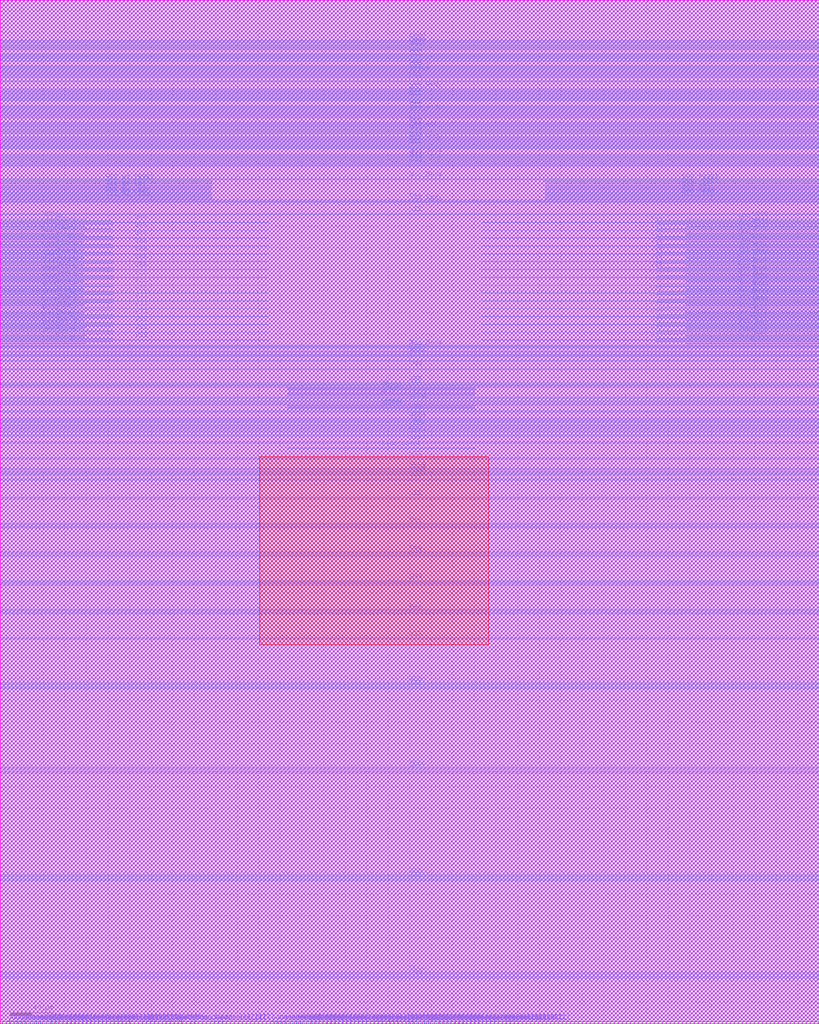
<source format=lef>
VERSION 5.7 ;
NOWIREEXTENSIONATPIN ON ;
BUSBITCHARS "[]" ;
DIVIDERCHAR "/" ;
MACRO Neuromorphic_X1_wb
  CLASS BLOCK ;
  ORIGIN 0 0 ;
  FOREIGN Neuromorphic_X1_wb 0 0 ;
  SIZE 760 BY 950 ;
  SITE unithd ;
  PIN wbs_we_i
    DIRECTION INPUT ;
    USE SIGNAL ;
    PORT
      LAYER met2 ;
        RECT 146.53 0 146.83 2.91 ;
    END
    PORT
      LAYER met2 ;
        RECT 146.53 0 146.83 2.91 ;
    END
  END wbs_we_i
  PIN wbs_dat_i[0]
    DIRECTION INPUT ;
    USE SIGNAL ;
    PORT
      LAYER met2 ;
        RECT 253.205 0 253.505 2.91 ;
    END
    PORT
      LAYER met2 ;
        RECT 253.205 0 253.505 2.91 ;
    END
  END wbs_dat_i[0]
  PIN wbs_dat_i[31]
    DIRECTION INPUT ;
    USE SIGNAL ;
    PORT
      LAYER met2 ;
        RECT 476.405 0 476.705 2.91 ;
    END
    PORT
      LAYER met2 ;
        RECT 476.405 0 476.705 2.91 ;
    END
  END wbs_dat_i[31]
  PIN wbs_dat_i[30]
    DIRECTION INPUT ;
    USE SIGNAL ;
    PORT
      LAYER met2 ;
        RECT 469.205 0 469.505 2.91 ;
    END
    PORT
      LAYER met2 ;
        RECT 469.205 0 469.505 2.91 ;
    END
  END wbs_dat_i[30]
  PIN wbs_dat_i[29]
    DIRECTION INPUT ;
    USE SIGNAL ;
    PORT
      LAYER met2 ;
        RECT 462.005 0 462.305 2.91 ;
    END
    PORT
      LAYER met2 ;
        RECT 462.005 0 462.305 2.91 ;
    END
  END wbs_dat_i[29]
  PIN wbs_dat_i[28]
    DIRECTION INPUT ;
    USE SIGNAL ;
    PORT
      LAYER met2 ;
        RECT 454.805 0 455.105 2.91 ;
    END
    PORT
      LAYER met2 ;
        RECT 454.805 0 455.105 2.91 ;
    END
  END wbs_dat_i[28]
  PIN wbs_dat_i[27]
    DIRECTION INPUT ;
    USE SIGNAL ;
    PORT
      LAYER met2 ;
        RECT 447.605 0 447.905 2.91 ;
    END
    PORT
      LAYER met2 ;
        RECT 447.605 0 447.905 2.91 ;
    END
  END wbs_dat_i[27]
  PIN wbs_dat_i[26]
    DIRECTION INPUT ;
    USE SIGNAL ;
    PORT
      LAYER met2 ;
        RECT 440.405 0 440.705 2.91 ;
    END
    PORT
      LAYER met2 ;
        RECT 440.405 0 440.705 2.91 ;
    END
  END wbs_dat_i[26]
  PIN wbs_dat_i[25]
    DIRECTION INPUT ;
    USE SIGNAL ;
    PORT
      LAYER met2 ;
        RECT 433.205 0 433.505 2.91 ;
    END
    PORT
      LAYER met2 ;
        RECT 433.205 0 433.505 2.91 ;
    END
  END wbs_dat_i[25]
  PIN wbs_dat_i[24]
    DIRECTION INPUT ;
    USE SIGNAL ;
    PORT
      LAYER met2 ;
        RECT 426.005 0 426.305 2.91 ;
    END
    PORT
      LAYER met2 ;
        RECT 426.005 0 426.305 2.91 ;
    END
  END wbs_dat_i[24]
  PIN wbs_dat_i[23]
    DIRECTION INPUT ;
    USE SIGNAL ;
    PORT
      LAYER met2 ;
        RECT 418.805 0 419.105 2.91 ;
    END
    PORT
      LAYER met2 ;
        RECT 418.805 0 419.105 2.91 ;
    END
  END wbs_dat_i[23]
  PIN wbs_dat_i[22]
    DIRECTION INPUT ;
    USE SIGNAL ;
    PORT
      LAYER met2 ;
        RECT 411.605 0 411.905 2.91 ;
    END
    PORT
      LAYER met2 ;
        RECT 411.605 0 411.905 2.91 ;
    END
  END wbs_dat_i[22]
  PIN wbs_dat_i[21]
    DIRECTION INPUT ;
    USE SIGNAL ;
    PORT
      LAYER met2 ;
        RECT 404.405 0 404.705 2.91 ;
    END
    PORT
      LAYER met2 ;
        RECT 404.405 0 404.705 2.91 ;
    END
  END wbs_dat_i[21]
  PIN wbs_dat_i[20]
    DIRECTION INPUT ;
    USE SIGNAL ;
    PORT
      LAYER met2 ;
        RECT 397.205 0 397.505 2.91 ;
    END
    PORT
      LAYER met2 ;
        RECT 397.205 0 397.505 2.91 ;
    END
  END wbs_dat_i[20]
  PIN wbs_dat_i[19]
    DIRECTION INPUT ;
    USE SIGNAL ;
    PORT
      LAYER met2 ;
        RECT 390.005 0 390.305 2.91 ;
    END
    PORT
      LAYER met2 ;
        RECT 390.005 0 390.305 2.91 ;
    END
  END wbs_dat_i[19]
  PIN wbs_dat_i[18]
    DIRECTION INPUT ;
    USE SIGNAL ;
    PORT
      LAYER met2 ;
        RECT 382.805 0 383.105 2.91 ;
    END
    PORT
      LAYER met2 ;
        RECT 382.805 0 383.105 2.91 ;
    END
  END wbs_dat_i[18]
  PIN wbs_dat_i[17]
    DIRECTION INPUT ;
    USE SIGNAL ;
    PORT
      LAYER met2 ;
        RECT 375.605 0 375.905 2.91 ;
    END
    PORT
      LAYER met2 ;
        RECT 375.605 0 375.905 2.91 ;
    END
  END wbs_dat_i[17]
  PIN wbs_dat_i[16]
    DIRECTION INPUT ;
    USE SIGNAL ;
    PORT
      LAYER met2 ;
        RECT 368.405 0 368.705 2.91 ;
    END
    PORT
      LAYER met2 ;
        RECT 368.405 0 368.705 2.91 ;
    END
  END wbs_dat_i[16]
  PIN wbs_dat_i[15]
    DIRECTION INPUT ;
    USE SIGNAL ;
    PORT
      LAYER met2 ;
        RECT 361.205 0 361.505 2.91 ;
    END
    PORT
      LAYER met2 ;
        RECT 361.205 0 361.505 2.91 ;
    END
  END wbs_dat_i[15]
  PIN wbs_dat_i[14]
    DIRECTION INPUT ;
    USE SIGNAL ;
    PORT
      LAYER met2 ;
        RECT 354.005 0 354.305 2.91 ;
    END
    PORT
      LAYER met2 ;
        RECT 354.005 0 354.305 2.91 ;
    END
  END wbs_dat_i[14]
  PIN wbs_dat_i[13]
    DIRECTION INPUT ;
    USE SIGNAL ;
    PORT
      LAYER met2 ;
        RECT 346.805 0 347.105 2.91 ;
    END
    PORT
      LAYER met2 ;
        RECT 346.805 0 347.105 2.91 ;
    END
  END wbs_dat_i[13]
  PIN wbs_dat_i[12]
    DIRECTION INPUT ;
    USE SIGNAL ;
    PORT
      LAYER met2 ;
        RECT 339.605 0 339.905 2.91 ;
    END
    PORT
      LAYER met2 ;
        RECT 339.605 0 339.905 2.91 ;
    END
  END wbs_dat_i[12]
  PIN wbs_dat_i[11]
    DIRECTION INPUT ;
    USE SIGNAL ;
    PORT
      LAYER met2 ;
        RECT 332.405 0 332.705 2.91 ;
    END
    PORT
      LAYER met2 ;
        RECT 332.405 0 332.705 2.91 ;
    END
  END wbs_dat_i[11]
  PIN wbs_dat_i[10]
    DIRECTION INPUT ;
    USE SIGNAL ;
    PORT
      LAYER met2 ;
        RECT 325.205 0 325.505 2.91 ;
    END
    PORT
      LAYER met2 ;
        RECT 325.205 0 325.505 2.91 ;
    END
  END wbs_dat_i[10]
  PIN wbs_dat_i[9]
    DIRECTION INPUT ;
    USE SIGNAL ;
    PORT
      LAYER met2 ;
        RECT 318.005 0 318.305 2.91 ;
    END
    PORT
      LAYER met2 ;
        RECT 318.005 0 318.305 2.91 ;
    END
  END wbs_dat_i[9]
  PIN wbs_dat_i[8]
    DIRECTION INPUT ;
    USE SIGNAL ;
    PORT
      LAYER met2 ;
        RECT 310.805 0 311.105 2.91 ;
    END
    PORT
      LAYER met2 ;
        RECT 310.805 0 311.105 2.91 ;
    END
  END wbs_dat_i[8]
  PIN wbs_dat_i[7]
    DIRECTION INPUT ;
    USE SIGNAL ;
    PORT
      LAYER met2 ;
        RECT 303.605 0 303.905 2.91 ;
    END
    PORT
      LAYER met2 ;
        RECT 303.605 0 303.905 2.91 ;
    END
  END wbs_dat_i[7]
  PIN wbs_dat_i[6]
    DIRECTION INPUT ;
    USE SIGNAL ;
    PORT
      LAYER met2 ;
        RECT 296.405 0 296.705 2.91 ;
    END
    PORT
      LAYER met2 ;
        RECT 296.405 0 296.705 2.91 ;
    END
  END wbs_dat_i[6]
  PIN wbs_dat_i[5]
    DIRECTION INPUT ;
    USE SIGNAL ;
    PORT
      LAYER met2 ;
        RECT 289.205 0 289.505 2.91 ;
    END
    PORT
      LAYER met2 ;
        RECT 289.205 0 289.505 2.91 ;
    END
  END wbs_dat_i[5]
  PIN wbs_dat_i[4]
    DIRECTION INPUT ;
    USE SIGNAL ;
    PORT
      LAYER met2 ;
        RECT 282.005 0 282.305 2.91 ;
    END
    PORT
      LAYER met2 ;
        RECT 282.005 0 282.305 2.91 ;
    END
  END wbs_dat_i[4]
  PIN wbs_dat_i[3]
    DIRECTION INPUT ;
    USE SIGNAL ;
    PORT
      LAYER met2 ;
        RECT 274.805 0 275.105 2.91 ;
    END
    PORT
      LAYER met2 ;
        RECT 274.805 0 275.105 2.91 ;
    END
  END wbs_dat_i[3]
  PIN wbs_dat_i[2]
    DIRECTION INPUT ;
    USE SIGNAL ;
    PORT
      LAYER met2 ;
        RECT 267.605 0 267.905 2.91 ;
    END
    PORT
      LAYER met2 ;
        RECT 267.605 0 267.905 2.91 ;
    END
  END wbs_dat_i[2]
  PIN wbs_adr_i[1]
    DIRECTION INPUT ;
    USE SIGNAL ;
    PORT
      LAYER met2 ;
        RECT 11.935 0 12.235 2.91 ;
    END
    PORT
      LAYER met2 ;
        RECT 11.935 0 12.235 2.91 ;
    END
  END wbs_adr_i[1]
  PIN wbs_adr_i[8]
    DIRECTION INPUT ;
    USE SIGNAL ;
    PORT
      LAYER met2 ;
        RECT 37.135 0 37.435 2.91 ;
    END
    PORT
      LAYER met2 ;
        RECT 37.135 0 37.435 2.91 ;
    END
  END wbs_adr_i[8]
  PIN wbs_adr_i[2]
    DIRECTION INPUT ;
    USE SIGNAL ;
    PORT
      LAYER met2 ;
        RECT 15.535 0 15.835 2.91 ;
    END
    PORT
      LAYER met2 ;
        RECT 15.535 0 15.835 2.91 ;
    END
  END wbs_adr_i[2]
  PIN wbs_adr_i[28]
    DIRECTION INPUT ;
    USE SIGNAL ;
    PORT
      LAYER met2 ;
        RECT 109.135 0 109.435 2.91 ;
    END
    PORT
      LAYER met2 ;
        RECT 109.135 0 109.435 2.91 ;
    END
  END wbs_adr_i[28]
  PIN wbs_adr_i[27]
    DIRECTION INPUT ;
    USE SIGNAL ;
    PORT
      LAYER met2 ;
        RECT 105.535 0 105.835 2.91 ;
    END
    PORT
      LAYER met2 ;
        RECT 105.535 0 105.835 2.91 ;
    END
  END wbs_adr_i[27]
  PIN wbs_adr_i[26]
    DIRECTION INPUT ;
    USE SIGNAL ;
    PORT
      LAYER met2 ;
        RECT 101.935 0 102.235 2.91 ;
    END
    PORT
      LAYER met2 ;
        RECT 101.935 0 102.235 2.91 ;
    END
  END wbs_adr_i[26]
  PIN wbs_adr_i[25]
    DIRECTION INPUT ;
    USE SIGNAL ;
    PORT
      LAYER met2 ;
        RECT 98.335 0 98.635 2.91 ;
    END
    PORT
      LAYER met2 ;
        RECT 98.335 0 98.635 2.91 ;
    END
  END wbs_adr_i[25]
  PIN wbs_adr_i[24]
    DIRECTION INPUT ;
    USE SIGNAL ;
    PORT
      LAYER met2 ;
        RECT 94.735 0 95.035 2.91 ;
    END
    PORT
      LAYER met2 ;
        RECT 94.735 0 95.035 2.91 ;
    END
  END wbs_adr_i[24]
  PIN wbs_adr_i[23]
    DIRECTION INPUT ;
    USE SIGNAL ;
    PORT
      LAYER met2 ;
        RECT 91.135 0 91.435 2.91 ;
    END
    PORT
      LAYER met2 ;
        RECT 91.135 0 91.435 2.91 ;
    END
  END wbs_adr_i[23]
  PIN wbs_adr_i[22]
    DIRECTION INPUT ;
    USE SIGNAL ;
    PORT
      LAYER met2 ;
        RECT 87.535 0 87.835 2.91 ;
    END
    PORT
      LAYER met2 ;
        RECT 87.535 0 87.835 2.91 ;
    END
  END wbs_adr_i[22]
  PIN wbs_adr_i[21]
    DIRECTION INPUT ;
    USE SIGNAL ;
    PORT
      LAYER met2 ;
        RECT 83.935 0 84.235 2.91 ;
    END
    PORT
      LAYER met2 ;
        RECT 83.935 0 84.235 2.91 ;
    END
  END wbs_adr_i[21]
  PIN wbs_adr_i[20]
    DIRECTION INPUT ;
    USE SIGNAL ;
    PORT
      LAYER met2 ;
        RECT 80.335 0 80.635 2.91 ;
    END
    PORT
      LAYER met2 ;
        RECT 80.335 0 80.635 2.91 ;
    END
  END wbs_adr_i[20]
  PIN wbs_adr_i[19]
    DIRECTION INPUT ;
    USE SIGNAL ;
    PORT
      LAYER met2 ;
        RECT 76.735 0 77.035 2.91 ;
    END
    PORT
      LAYER met2 ;
        RECT 76.735 0 77.035 2.91 ;
    END
  END wbs_adr_i[19]
  PIN wbs_adr_i[18]
    DIRECTION INPUT ;
    USE SIGNAL ;
    PORT
      LAYER met2 ;
        RECT 73.135 0 73.435 2.91 ;
    END
    PORT
      LAYER met2 ;
        RECT 73.135 0 73.435 2.91 ;
    END
  END wbs_adr_i[18]
  PIN wbs_adr_i[17]
    DIRECTION INPUT ;
    USE SIGNAL ;
    PORT
      LAYER met2 ;
        RECT 69.535 0 69.835 2.91 ;
    END
    PORT
      LAYER met2 ;
        RECT 69.535 0 69.835 2.91 ;
    END
  END wbs_adr_i[17]
  PIN wbs_adr_i[16]
    DIRECTION INPUT ;
    USE SIGNAL ;
    PORT
      LAYER met2 ;
        RECT 65.935 0 66.235 2.91 ;
    END
    PORT
      LAYER met2 ;
        RECT 65.935 0 66.235 2.91 ;
    END
  END wbs_adr_i[16]
  PIN wbs_adr_i[15]
    DIRECTION INPUT ;
    USE SIGNAL ;
    PORT
      LAYER met2 ;
        RECT 62.335 0 62.635 2.91 ;
    END
    PORT
      LAYER met2 ;
        RECT 62.335 0 62.635 2.91 ;
    END
  END wbs_adr_i[15]
  PIN wbs_adr_i[14]
    DIRECTION INPUT ;
    USE SIGNAL ;
    PORT
      LAYER met2 ;
        RECT 58.735 0 59.035 2.91 ;
    END
    PORT
      LAYER met2 ;
        RECT 58.735 0 59.035 2.91 ;
    END
  END wbs_adr_i[14]
  PIN wbs_adr_i[13]
    DIRECTION INPUT ;
    USE SIGNAL ;
    PORT
      LAYER met2 ;
        RECT 55.135 0 55.435 2.91 ;
    END
    PORT
      LAYER met2 ;
        RECT 55.135 0 55.435 2.91 ;
    END
  END wbs_adr_i[13]
  PIN wbs_adr_i[12]
    DIRECTION INPUT ;
    USE SIGNAL ;
    PORT
      LAYER met2 ;
        RECT 51.535 0 51.835 2.91 ;
    END
    PORT
      LAYER met2 ;
        RECT 51.535 0 51.835 2.91 ;
    END
  END wbs_adr_i[12]
  PIN wbs_adr_i[11]
    DIRECTION INPUT ;
    USE SIGNAL ;
    PORT
      LAYER met2 ;
        RECT 47.935 0 48.235 2.91 ;
    END
    PORT
      LAYER met2 ;
        RECT 47.935 0 48.235 2.91 ;
    END
  END wbs_adr_i[11]
  PIN user_clk
    DIRECTION INPUT ;
    USE SIGNAL ;
    PORT
      LAYER met2 ;
        RECT 132.13 0 132.43 2.91 ;
    END
    PORT
      LAYER met2 ;
        RECT 132.13 0 132.43 2.91 ;
    END
  END user_clk
  PIN wbs_adr_i[31]
    DIRECTION INPUT ;
    USE SIGNAL ;
    PORT
      LAYER met2 ;
        RECT 119.935 0 120.235 2.91 ;
    END
    PORT
      LAYER met2 ;
        RECT 119.935 0 120.235 2.91 ;
    END
  END wbs_adr_i[31]
  PIN wbs_adr_i[10]
    DIRECTION INPUT ;
    USE SIGNAL ;
    PORT
      LAYER met2 ;
        RECT 44.335 0 44.635 2.91 ;
    END
    PORT
      LAYER met2 ;
        RECT 44.335 0 44.635 2.91 ;
    END
  END wbs_adr_i[10]
  PIN wbs_adr_i[7]
    DIRECTION INPUT ;
    USE SIGNAL ;
    PORT
      LAYER met2 ;
        RECT 33.535 0 33.835 2.91 ;
    END
    PORT
      LAYER met2 ;
        RECT 33.535 0 33.835 2.91 ;
    END
  END wbs_adr_i[7]
  PIN wbs_adr_i[6]
    DIRECTION INPUT ;
    USE SIGNAL ;
    PORT
      LAYER met2 ;
        RECT 29.935 0 30.235 2.91 ;
    END
    PORT
      LAYER met2 ;
        RECT 29.935 0 30.235 2.91 ;
    END
  END wbs_adr_i[6]
  PIN wbs_adr_i[5]
    DIRECTION INPUT ;
    USE SIGNAL ;
    PORT
      LAYER met2 ;
        RECT 26.335 0 26.635 2.91 ;
    END
    PORT
      LAYER met2 ;
        RECT 26.335 0 26.635 2.91 ;
    END
  END wbs_adr_i[5]
  PIN wbs_adr_i[4]
    DIRECTION INPUT ;
    USE SIGNAL ;
    PORT
      LAYER met2 ;
        RECT 22.735 0 23.035 2.91 ;
    END
    PORT
      LAYER met2 ;
        RECT 22.735 0 23.035 2.91 ;
    END
  END wbs_adr_i[4]
  PIN wbs_adr_i[3]
    DIRECTION INPUT ;
    USE SIGNAL ;
    PORT
      LAYER met2 ;
        RECT 19.135 0 19.435 2.91 ;
    END
    PORT
      LAYER met2 ;
        RECT 19.135 0 19.435 2.91 ;
    END
  END wbs_adr_i[3]
  PIN wbs_adr_i[30]
    DIRECTION INPUT ;
    USE SIGNAL ;
    PORT
      LAYER met2 ;
        RECT 116.335 0 116.635 2.91 ;
    END
    PORT
      LAYER met2 ;
        RECT 116.335 0 116.635 2.91 ;
    END
  END wbs_adr_i[30]
  PIN wbs_adr_i[29]
    DIRECTION INPUT ;
    USE SIGNAL ;
    PORT
      LAYER met2 ;
        RECT 112.735 0 113.035 2.91 ;
    END
    PORT
      LAYER met2 ;
        RECT 112.735 0 113.035 2.91 ;
    END
  END wbs_adr_i[29]
  PIN wbs_adr_i[9]
    DIRECTION INPUT ;
    USE SIGNAL ;
    PORT
      LAYER met2 ;
        RECT 40.735 0 41.035 2.91 ;
    END
    PORT
      LAYER met2 ;
        RECT 40.735 0 41.035 2.91 ;
    END
  END wbs_adr_i[9]
  PIN wbs_sel_i[3]
    DIRECTION INPUT ;
    USE SIGNAL ;
    PORT
      LAYER met2 ;
        RECT 209.54 0 209.84 2.91 ;
    END
    PORT
      LAYER met2 ;
        RECT 209.54 0 209.84 2.91 ;
    END
  END wbs_sel_i[3]
  PIN wbs_sel_i[2]
    DIRECTION INPUT ;
    USE SIGNAL ;
    PORT
      LAYER met2 ;
        RECT 205.94 0 206.24 2.91 ;
    END
    PORT
      LAYER met2 ;
        RECT 205.94 0 206.24 2.91 ;
    END
  END wbs_sel_i[2]
  PIN wbs_sel_i[1]
    DIRECTION INPUT ;
    USE SIGNAL ;
    PORT
      LAYER met2 ;
        RECT 202.34 0 202.64 2.91 ;
    END
    PORT
      LAYER met2 ;
        RECT 202.34 0 202.64 2.91 ;
    END
  END wbs_sel_i[1]
  PIN wbs_ack_o
    DIRECTION OUTPUT ;
    USE SIGNAL ;
    PORT
      LAYER met2 ;
        RECT 177.115 0 177.415 2.91 ;
    END
    PORT
      LAYER met2 ;
        RECT 177.115 0 177.415 2.91 ;
    END
  END wbs_ack_o
  PIN wbs_dat_o[9]
    DIRECTION OUTPUT ;
    USE SIGNAL ;
    PORT
      LAYER met2 ;
        RECT 321.605 0 321.905 2.91 ;
    END
    PORT
      LAYER met2 ;
        RECT 321.605 0 321.905 2.91 ;
    END
  END wbs_dat_o[9]
  PIN wbs_dat_o[8]
    DIRECTION OUTPUT ;
    USE SIGNAL ;
    PORT
      LAYER met2 ;
        RECT 314.405 0 314.705 2.91 ;
    END
    PORT
      LAYER met2 ;
        RECT 314.405 0 314.705 2.91 ;
    END
  END wbs_dat_o[8]
  PIN wbs_dat_o[29]
    DIRECTION OUTPUT ;
    USE SIGNAL ;
    PORT
      LAYER met2 ;
        RECT 465.605 0 465.905 2.91 ;
    END
    PORT
      LAYER met2 ;
        RECT 465.605 0 465.905 2.91 ;
    END
  END wbs_dat_o[29]
  PIN wbs_dat_o[2]
    DIRECTION OUTPUT ;
    USE SIGNAL ;
    PORT
      LAYER met2 ;
        RECT 271.205 0 271.505 2.91 ;
    END
    PORT
      LAYER met2 ;
        RECT 271.205 0 271.505 2.91 ;
    END
  END wbs_dat_o[2]
  PIN wbs_dat_i[1]
    DIRECTION INPUT ;
    USE SIGNAL ;
    PORT
      LAYER met2 ;
        RECT 260.405 0 260.705 2.91 ;
    END
    PORT
      LAYER met2 ;
        RECT 260.405 0 260.705 2.91 ;
    END
  END wbs_dat_i[1]
  PIN wbs_dat_o[28]
    DIRECTION OUTPUT ;
    USE SIGNAL ;
    PORT
      LAYER met2 ;
        RECT 458.405 0 458.705 2.91 ;
    END
    PORT
      LAYER met2 ;
        RECT 458.405 0 458.705 2.91 ;
    END
  END wbs_dat_o[28]
  PIN wbs_dat_o[27]
    DIRECTION OUTPUT ;
    USE SIGNAL ;
    PORT
      LAYER met2 ;
        RECT 451.205 0 451.505 2.91 ;
    END
    PORT
      LAYER met2 ;
        RECT 451.205 0 451.505 2.91 ;
    END
  END wbs_dat_o[27]
  PIN wbs_dat_o[26]
    DIRECTION OUTPUT ;
    USE SIGNAL ;
    PORT
      LAYER met2 ;
        RECT 444.005 0 444.305 2.91 ;
    END
    PORT
      LAYER met2 ;
        RECT 444.005 0 444.305 2.91 ;
    END
  END wbs_dat_o[26]
  PIN wbs_dat_o[25]
    DIRECTION OUTPUT ;
    USE SIGNAL ;
    PORT
      LAYER met2 ;
        RECT 436.805 0 437.105 2.91 ;
    END
    PORT
      LAYER met2 ;
        RECT 436.805 0 437.105 2.91 ;
    END
  END wbs_dat_o[25]
  PIN wbs_dat_o[24]
    DIRECTION OUTPUT ;
    USE SIGNAL ;
    PORT
      LAYER met2 ;
        RECT 429.605 0 429.905 2.91 ;
    END
    PORT
      LAYER met2 ;
        RECT 429.605 0 429.905 2.91 ;
    END
  END wbs_dat_o[24]
  PIN wbs_dat_o[23]
    DIRECTION OUTPUT ;
    USE SIGNAL ;
    PORT
      LAYER met2 ;
        RECT 422.405 0 422.705 2.91 ;
    END
    PORT
      LAYER met2 ;
        RECT 422.405 0 422.705 2.91 ;
    END
  END wbs_dat_o[23]
  PIN wbs_dat_o[22]
    DIRECTION OUTPUT ;
    USE SIGNAL ;
    PORT
      LAYER met2 ;
        RECT 415.205 0 415.505 2.91 ;
    END
    PORT
      LAYER met2 ;
        RECT 415.205 0 415.505 2.91 ;
    END
  END wbs_dat_o[22]
  PIN wbs_dat_o[21]
    DIRECTION OUTPUT ;
    USE SIGNAL ;
    PORT
      LAYER met2 ;
        RECT 408.005 0 408.305 2.91 ;
    END
    PORT
      LAYER met2 ;
        RECT 408.005 0 408.305 2.91 ;
    END
  END wbs_dat_o[21]
  PIN wbs_dat_o[20]
    DIRECTION OUTPUT ;
    USE SIGNAL ;
    PORT
      LAYER met2 ;
        RECT 400.805 0 401.105 2.91 ;
    END
    PORT
      LAYER met2 ;
        RECT 400.805 0 401.105 2.91 ;
    END
  END wbs_dat_o[20]
  PIN wbs_dat_o[19]
    DIRECTION OUTPUT ;
    USE SIGNAL ;
    PORT
      LAYER met2 ;
        RECT 393.605 0 393.905 2.91 ;
    END
    PORT
      LAYER met2 ;
        RECT 393.605 0 393.905 2.91 ;
    END
  END wbs_dat_o[19]
  PIN wbs_dat_o[18]
    DIRECTION OUTPUT ;
    USE SIGNAL ;
    PORT
      LAYER met2 ;
        RECT 386.405 0 386.705 2.91 ;
    END
    PORT
      LAYER met2 ;
        RECT 386.405 0 386.705 2.91 ;
    END
  END wbs_dat_o[18]
  PIN wbs_dat_o[17]
    DIRECTION OUTPUT ;
    USE SIGNAL ;
    PORT
      LAYER met2 ;
        RECT 379.205 0 379.505 2.91 ;
    END
    PORT
      LAYER met2 ;
        RECT 379.205 0 379.505 2.91 ;
    END
  END wbs_dat_o[17]
  PIN wbs_dat_o[16]
    DIRECTION OUTPUT ;
    USE SIGNAL ;
    PORT
      LAYER met2 ;
        RECT 372.005 0 372.305 2.91 ;
    END
    PORT
      LAYER met2 ;
        RECT 372.005 0 372.305 2.91 ;
    END
  END wbs_dat_o[16]
  PIN wbs_dat_o[15]
    DIRECTION OUTPUT ;
    USE SIGNAL ;
    PORT
      LAYER met2 ;
        RECT 364.805 0 365.105 2.91 ;
    END
    PORT
      LAYER met2 ;
        RECT 364.805 0 365.105 2.91 ;
    END
  END wbs_dat_o[15]
  PIN wbs_dat_o[14]
    DIRECTION OUTPUT ;
    USE SIGNAL ;
    PORT
      LAYER met2 ;
        RECT 357.605 0 357.905 2.91 ;
    END
    PORT
      LAYER met2 ;
        RECT 357.605 0 357.905 2.91 ;
    END
  END wbs_dat_o[14]
  PIN wbs_dat_o[13]
    DIRECTION OUTPUT ;
    USE SIGNAL ;
    PORT
      LAYER met2 ;
        RECT 350.405 0 350.705 2.91 ;
    END
    PORT
      LAYER met2 ;
        RECT 350.405 0 350.705 2.91 ;
    END
  END wbs_dat_o[13]
  PIN wbs_dat_o[12]
    DIRECTION OUTPUT ;
    USE SIGNAL ;
    PORT
      LAYER met2 ;
        RECT 343.205 0 343.505 2.91 ;
    END
    PORT
      LAYER met2 ;
        RECT 343.205 0 343.505 2.91 ;
    END
  END wbs_dat_o[12]
  PIN wbs_dat_o[11]
    DIRECTION OUTPUT ;
    USE SIGNAL ;
    PORT
      LAYER met2 ;
        RECT 336.005 0 336.305 2.91 ;
    END
    PORT
      LAYER met2 ;
        RECT 336.005 0 336.305 2.91 ;
    END
  END wbs_dat_o[11]
  PIN wbs_dat_o[31]
    DIRECTION OUTPUT ;
    USE SIGNAL ;
    PORT
      LAYER met2 ;
        RECT 480.005 0 480.305 2.91 ;
    END
    PORT
      LAYER met2 ;
        RECT 480.005 0 480.305 2.91 ;
    END
  END wbs_dat_o[31]
  PIN wbs_dat_o[7]
    DIRECTION OUTPUT ;
    USE SIGNAL ;
    PORT
      LAYER met2 ;
        RECT 307.205 0 307.505 2.91 ;
    END
    PORT
      LAYER met2 ;
        RECT 307.205 0 307.505 2.91 ;
    END
  END wbs_dat_o[7]
  PIN wbs_dat_o[6]
    DIRECTION OUTPUT ;
    USE SIGNAL ;
    PORT
      LAYER met2 ;
        RECT 300.005 0 300.305 2.91 ;
    END
    PORT
      LAYER met2 ;
        RECT 300.005 0 300.305 2.91 ;
    END
  END wbs_dat_o[6]
  PIN wbs_dat_o[5]
    DIRECTION OUTPUT ;
    USE SIGNAL ;
    PORT
      LAYER met2 ;
        RECT 292.805 0 293.105 2.91 ;
    END
    PORT
      LAYER met2 ;
        RECT 292.805 0 293.105 2.91 ;
    END
  END wbs_dat_o[5]
  PIN wbs_dat_o[4]
    DIRECTION OUTPUT ;
    USE SIGNAL ;
    PORT
      LAYER met2 ;
        RECT 285.605 0 285.905 2.91 ;
    END
    PORT
      LAYER met2 ;
        RECT 285.605 0 285.905 2.91 ;
    END
  END wbs_dat_o[4]
  PIN wbs_dat_o[3]
    DIRECTION OUTPUT ;
    USE SIGNAL ;
    PORT
      LAYER met2 ;
        RECT 278.405 0 278.705 2.91 ;
    END
    PORT
      LAYER met2 ;
        RECT 278.405 0 278.705 2.91 ;
    END
  END wbs_dat_o[3]
  PIN wbs_dat_o[30]
    DIRECTION OUTPUT ;
    USE SIGNAL ;
    PORT
      LAYER met2 ;
        RECT 472.805 0 473.105 2.91 ;
    END
    PORT
      LAYER met2 ;
        RECT 472.805 0 473.105 2.91 ;
    END
  END wbs_dat_o[30]
  PIN wbs_dat_o[1]
    DIRECTION OUTPUT ;
    USE SIGNAL ;
    PORT
      LAYER met2 ;
        RECT 264.005 0 264.305 2.91 ;
    END
    PORT
      LAYER met2 ;
        RECT 264.005 0 264.305 2.91 ;
    END
  END wbs_dat_o[1]
  PIN wbs_dat_o[10]
    DIRECTION OUTPUT ;
    USE SIGNAL ;
    PORT
      LAYER met2 ;
        RECT 328.805 0 329.105 2.91 ;
    END
    PORT
      LAYER met2 ;
        RECT 328.805 0 329.105 2.91 ;
    END
  END wbs_dat_o[10]
  PIN user_rst
    DIRECTION INPUT ;
    USE SIGNAL ;
    PORT
      LAYER met2 ;
        RECT 139.33 0 139.63 2.91 ;
    END
    PORT
      LAYER met2 ;
        RECT 139.33 0 139.63 2.91 ;
    END
  END user_rst
  PIN wb_rst_i
    DIRECTION INPUT ;
    USE SIGNAL ;
    PORT
      LAYER met2 ;
        RECT 142.93 0 143.23 2.91 ;
    END
    PORT
      LAYER met2 ;
        RECT 142.93 0 143.23 2.91 ;
    END
  END wb_rst_i
  PIN wb_clk_i
    DIRECTION INPUT ;
    USE SIGNAL ;
    PORT
      LAYER met2 ;
        RECT 135.73 0 136.03 2.91 ;
    END
    PORT
      LAYER met2 ;
        RECT 135.73 0 136.03 2.91 ;
    END
  END wb_clk_i
  PIN wbs_sel_i[0]
    DIRECTION INPUT ;
    USE SIGNAL ;
    PORT
      LAYER met2 ;
        RECT 198.74 0 199.04 2.91 ;
    END
    PORT
      LAYER met2 ;
        RECT 198.74 0 199.04 2.91 ;
    END
  END wbs_sel_i[0]
  PIN wbs_dat_o[0]
    DIRECTION OUTPUT ;
    USE SIGNAL ;
    PORT
      LAYER met2 ;
        RECT 256.805 0 257.105 2.91 ;
    END
    PORT
      LAYER met2 ;
        RECT 256.805 0 257.105 2.91 ;
    END
  END wbs_dat_o[0]
  PIN TM
    DIRECTION INPUT ;
    USE SIGNAL ;
    PORT
      LAYER met2 ;
        RECT 160.93 0 161.23 2.91 ;
    END
    PORT
      LAYER met2 ;
        RECT 160.93 0 161.23 2.91 ;
    END
  END TM
  PIN wbs_stb_i
    DIRECTION INPUT ;
    USE SIGNAL ;
    PORT
      LAYER met2 ;
        RECT 164.53 0 164.83 2.91 ;
    END
    PORT
      LAYER met2 ;
        RECT 164.53 0 164.83 2.91 ;
    END
  END wbs_stb_i
  PIN ScanInCC
    DIRECTION INPUT ;
    USE SIGNAL ;
    PORT
      LAYER met2 ;
        RECT 150.13 0 150.43 2.91 ;
    END
    PORT
      LAYER met2 ;
        RECT 150.13 0 150.43 2.91 ;
    END
  END ScanInCC
  PIN ScanInDL
    DIRECTION INPUT ;
    USE SIGNAL ;
    PORT
      LAYER met2 ;
        RECT 153.73 0 154.03 2.91 ;
    END
    PORT
      LAYER met2 ;
        RECT 153.73 0 154.03 2.91 ;
    END
  END ScanInDL
  PIN ScanInDR
    DIRECTION INPUT ;
    USE SIGNAL ;
    PORT
      LAYER met2 ;
        RECT 157.33 0 157.63 2.91 ;
    END
    PORT
      LAYER met2 ;
        RECT 157.33 0 157.63 2.91 ;
    END
  END ScanInDR
  PIN ScanOutCC
    DIRECTION OUTPUT ;
    USE SIGNAL ;
    PORT
      LAYER met2 ;
        RECT 180.715 0 181.015 2.91 ;
    END
    PORT
      LAYER met2 ;
        RECT 180.715 0 181.015 2.91 ;
    END
  END ScanOutCC
  PIN Iref
    DIRECTION INPUT ;
    USE SIGNAL ;
    PORT
      LAYER met3 ;
        RECT 266.84 582.75 440.155 584.05 ;
    END
    PORT
      LAYER met3 ;
        RECT 266.84 584.55 440.155 585.85 ;
    END
    PORT
      LAYER met3 ;
        RECT 266.84 582.75 440.155 584.05 ;
    END
    PORT
      LAYER met3 ;
        RECT 266.84 584.55 440.155 585.85 ;
    END
  END Iref
  PIN Vbias
    DIRECTION INPUT ;
    USE SIGNAL ;
    PORT
      LAYER met3 ;
        RECT 266.84 589.275 440.155 590.405 ;
    END
    PORT
      LAYER met3 ;
        RECT 266.84 587.645 440.155 588.775 ;
    END
    PORT
      LAYER met3 ;
        RECT 266.84 589.275 440.155 590.405 ;
    END
    PORT
      LAYER met3 ;
        RECT 266.84 587.645 440.155 588.775 ;
    END
  END Vbias
  PIN Vcomp
    DIRECTION INPUT ;
    USE SIGNAL ;
    PORT
      LAYER met3 ;
        RECT 266.84 570.605 440.155 571.735 ;
    END
    PORT
      LAYER met3 ;
        RECT 266.84 572.235 440.155 573.365 ;
    END
    PORT
      LAYER met3 ;
        RECT 266.84 570.605 440.155 571.735 ;
    END
    PORT
      LAYER met3 ;
        RECT 266.84 572.235 440.155 573.365 ;
    END
  END Vcomp
  PIN Bias_comp2
    DIRECTION INPUT ;
    USE SIGNAL ;
    PORT
      LAYER met3 ;
        RECT 266.84 533.58 440.155 534.71 ;
    END
    PORT
      LAYER met3 ;
        RECT 266.84 533.58 440.155 534.71 ;
    END
  END Bias_comp2
  PIN Vcc_L
    DIRECTION INPUT ;
    USE SIGNAL ;
    PORT
      LAYER met3 ;
        RECT 0 888.055 760 889.055 ;
    END
    PORT
      LAYER met3 ;
        RECT 609.385 661.96 760 662.3 ;
    END
    PORT
      LAYER met3 ;
        RECT 609.385 657.4 760 657.74 ;
    END
    PORT
      LAYER met3 ;
        RECT 609.385 654.68 760 655.02 ;
    END
    PORT
      LAYER met3 ;
        RECT 609.385 650.12 760 650.46 ;
    END
    PORT
      LAYER met3 ;
        RECT 609.385 647.4 760 647.74 ;
    END
    PORT
      LAYER met3 ;
        RECT 609.385 642.84 760 643.18 ;
    END
    PORT
      LAYER met3 ;
        RECT 609.385 640.12 760 640.46 ;
    END
    PORT
      LAYER met3 ;
        RECT 609.385 635.56 760 635.9 ;
    END
    PORT
      LAYER met3 ;
        RECT 609.385 632.84 760 633.18 ;
    END
    PORT
      LAYER met3 ;
        RECT 0 744.76 104.42 745.1 ;
    END
    PORT
      LAYER met3 ;
        RECT 0 742.04 104.42 742.38 ;
    END
    PORT
      LAYER met3 ;
        RECT 0 737.48 104.42 737.82 ;
    END
    PORT
      LAYER met3 ;
        RECT 0 734.76 104.42 735.1 ;
    END
    PORT
      LAYER met3 ;
        RECT 0 730.2 104.42 730.54 ;
    END
    PORT
      LAYER met3 ;
        RECT 0 727.48 104.42 727.82 ;
    END
    PORT
      LAYER met3 ;
        RECT 0 722.92 104.42 723.26 ;
    END
    PORT
      LAYER met3 ;
        RECT 0 720.2 104.42 720.54 ;
    END
    PORT
      LAYER met3 ;
        RECT 0 715.64 104.42 715.98 ;
    END
    PORT
      LAYER met3 ;
        RECT 0 712.92 104.42 713.26 ;
    END
    PORT
      LAYER met3 ;
        RECT 0 708.36 104.42 708.7 ;
    END
    PORT
      LAYER met3 ;
        RECT 0 705.64 104.42 705.98 ;
    END
    PORT
      LAYER met3 ;
        RECT 0 701.08 104.42 701.42 ;
    END
    PORT
      LAYER met3 ;
        RECT 0 698.36 104.42 698.7 ;
    END
    PORT
      LAYER met3 ;
        RECT 0 693.8 104.42 694.14 ;
    END
    PORT
      LAYER met3 ;
        RECT 0 691.08 104.42 691.42 ;
    END
    PORT
      LAYER met3 ;
        RECT 0 686.52 104.42 686.86 ;
    END
    PORT
      LAYER met3 ;
        RECT 0 683.8 104.42 684.14 ;
    END
    PORT
      LAYER met3 ;
        RECT 0 679.24 104.42 679.58 ;
    END
    PORT
      LAYER met3 ;
        RECT 0 676.52 104.42 676.86 ;
    END
    PORT
      LAYER met3 ;
        RECT 0 671.96 104.42 672.3 ;
    END
    PORT
      LAYER met3 ;
        RECT 0 669.24 104.42 669.58 ;
    END
    PORT
      LAYER met3 ;
        RECT 0 664.68 104.42 665.02 ;
    END
    PORT
      LAYER met3 ;
        RECT 0 661.96 104.42 662.3 ;
    END
    PORT
      LAYER met3 ;
        RECT 0 657.4 104.42 657.74 ;
    END
    PORT
      LAYER met3 ;
        RECT 0 654.68 104.42 655.02 ;
    END
    PORT
      LAYER met3 ;
        RECT 0 650.12 104.42 650.46 ;
    END
    PORT
      LAYER met3 ;
        RECT 0 647.4 104.42 647.74 ;
    END
    PORT
      LAYER met3 ;
        RECT 0 642.84 104.42 643.18 ;
    END
    PORT
      LAYER met3 ;
        RECT 0 640.12 104.42 640.46 ;
    END
    PORT
      LAYER met3 ;
        RECT 0 635.56 104.42 635.9 ;
    END
    PORT
      LAYER met3 ;
        RECT 0 632.84 104.42 633.18 ;
    END
    PORT
      LAYER met3 ;
        RECT 0 878.055 760 879.055 ;
    END
    PORT
      LAYER met3 ;
        RECT 0 880.055 760 881.055 ;
    END
    PORT
      LAYER met3 ;
        RECT 0 882.055 760 883.055 ;
    END
    PORT
      LAYER met3 ;
        RECT 0 884.055 760 885.055 ;
    END
    PORT
      LAYER met3 ;
        RECT 0 886.055 760 887.055 ;
    END
    PORT
      LAYER met3 ;
        RECT 609.385 744.76 760 745.1 ;
    END
    PORT
      LAYER met3 ;
        RECT 609.385 742.04 760 742.38 ;
    END
    PORT
      LAYER met3 ;
        RECT 609.385 737.48 760 737.82 ;
    END
    PORT
      LAYER met3 ;
        RECT 609.385 734.76 760 735.1 ;
    END
    PORT
      LAYER met3 ;
        RECT 609.385 730.2 760 730.54 ;
    END
    PORT
      LAYER met3 ;
        RECT 609.385 727.48 760 727.82 ;
    END
    PORT
      LAYER met3 ;
        RECT 609.385 722.92 760 723.26 ;
    END
    PORT
      LAYER met3 ;
        RECT 609.385 720.2 760 720.54 ;
    END
    PORT
      LAYER met3 ;
        RECT 609.385 715.64 760 715.98 ;
    END
    PORT
      LAYER met3 ;
        RECT 609.385 712.92 760 713.26 ;
    END
    PORT
      LAYER met3 ;
        RECT 609.385 708.36 760 708.7 ;
    END
    PORT
      LAYER met3 ;
        RECT 609.385 705.64 760 705.98 ;
    END
    PORT
      LAYER met3 ;
        RECT 609.385 701.08 760 701.42 ;
    END
    PORT
      LAYER met3 ;
        RECT 609.385 698.36 760 698.7 ;
    END
    PORT
      LAYER met3 ;
        RECT 609.385 693.8 760 694.14 ;
    END
    PORT
      LAYER met3 ;
        RECT 609.385 691.08 760 691.42 ;
    END
    PORT
      LAYER met3 ;
        RECT 609.385 686.52 760 686.86 ;
    END
    PORT
      LAYER met3 ;
        RECT 609.385 683.8 760 684.14 ;
    END
    PORT
      LAYER met3 ;
        RECT 609.385 679.24 760 679.58 ;
    END
    PORT
      LAYER met3 ;
        RECT 609.385 676.52 760 676.86 ;
    END
    PORT
      LAYER met3 ;
        RECT 609.385 671.96 760 672.3 ;
    END
    PORT
      LAYER met3 ;
        RECT 609.385 669.24 760 669.58 ;
    END
    PORT
      LAYER met3 ;
        RECT 609.385 664.68 760 665.02 ;
    END
    PORT
      LAYER met3 ;
        RECT 609.385 744.76 760 745.1 ;
    END
    PORT
      LAYER met3 ;
        RECT 609.385 742.04 760 742.38 ;
    END
    PORT
      LAYER met3 ;
        RECT 609.385 737.48 760 737.82 ;
    END
    PORT
      LAYER met3 ;
        RECT 609.385 734.76 760 735.1 ;
    END
    PORT
      LAYER met3 ;
        RECT 609.385 730.2 760 730.54 ;
    END
    PORT
      LAYER met3 ;
        RECT 609.385 727.48 760 727.82 ;
    END
    PORT
      LAYER met3 ;
        RECT 609.385 722.92 760 723.26 ;
    END
    PORT
      LAYER met3 ;
        RECT 609.385 720.2 760 720.54 ;
    END
    PORT
      LAYER met3 ;
        RECT 609.385 715.64 760 715.98 ;
    END
    PORT
      LAYER met3 ;
        RECT 609.385 712.92 760 713.26 ;
    END
    PORT
      LAYER met3 ;
        RECT 609.385 708.36 760 708.7 ;
    END
    PORT
      LAYER met3 ;
        RECT 609.385 705.64 760 705.98 ;
    END
    PORT
      LAYER met3 ;
        RECT 609.385 701.08 760 701.42 ;
    END
    PORT
      LAYER met3 ;
        RECT 609.385 698.36 760 698.7 ;
    END
    PORT
      LAYER met3 ;
        RECT 609.385 693.8 760 694.14 ;
    END
    PORT
      LAYER met3 ;
        RECT 609.385 691.08 760 691.42 ;
    END
    PORT
      LAYER met3 ;
        RECT 609.385 686.52 760 686.86 ;
    END
    PORT
      LAYER met3 ;
        RECT 609.385 683.8 760 684.14 ;
    END
    PORT
      LAYER met3 ;
        RECT 609.385 679.24 760 679.58 ;
    END
    PORT
      LAYER met3 ;
        RECT 609.385 676.52 760 676.86 ;
    END
    PORT
      LAYER met3 ;
        RECT 609.385 671.96 760 672.3 ;
    END
    PORT
      LAYER met3 ;
        RECT 609.385 669.24 760 669.58 ;
    END
    PORT
      LAYER met3 ;
        RECT 609.385 664.68 760 665.02 ;
    END
    PORT
      LAYER met3 ;
        RECT 609.385 661.96 760 662.3 ;
    END
    PORT
      LAYER met3 ;
        RECT 609.385 657.4 760 657.74 ;
    END
    PORT
      LAYER met3 ;
        RECT 609.385 654.68 760 655.02 ;
    END
    PORT
      LAYER met3 ;
        RECT 609.385 650.12 760 650.46 ;
    END
    PORT
      LAYER met3 ;
        RECT 609.385 647.4 760 647.74 ;
    END
    PORT
      LAYER met3 ;
        RECT 609.385 642.84 760 643.18 ;
    END
    PORT
      LAYER met3 ;
        RECT 609.385 640.12 760 640.46 ;
    END
    PORT
      LAYER met3 ;
        RECT 609.385 635.56 760 635.9 ;
    END
    PORT
      LAYER met3 ;
        RECT 609.385 632.84 760 633.18 ;
    END
    PORT
      LAYER met3 ;
        RECT 0 744.76 104.42 745.1 ;
    END
    PORT
      LAYER met3 ;
        RECT 0 742.04 104.42 742.38 ;
    END
    PORT
      LAYER met3 ;
        RECT 0 737.48 104.42 737.82 ;
    END
    PORT
      LAYER met3 ;
        RECT 0 734.76 104.42 735.1 ;
    END
    PORT
      LAYER met3 ;
        RECT 0 730.2 104.42 730.54 ;
    END
    PORT
      LAYER met3 ;
        RECT 0 727.48 104.42 727.82 ;
    END
    PORT
      LAYER met3 ;
        RECT 0 722.92 104.42 723.26 ;
    END
    PORT
      LAYER met3 ;
        RECT 0 720.2 104.42 720.54 ;
    END
    PORT
      LAYER met3 ;
        RECT 0 715.64 104.42 715.98 ;
    END
    PORT
      LAYER met3 ;
        RECT 0 712.92 104.42 713.26 ;
    END
    PORT
      LAYER met3 ;
        RECT 0 708.36 104.42 708.7 ;
    END
    PORT
      LAYER met3 ;
        RECT 0 705.64 104.42 705.98 ;
    END
    PORT
      LAYER met3 ;
        RECT 0 701.08 104.42 701.42 ;
    END
    PORT
      LAYER met3 ;
        RECT 0 698.36 104.42 698.7 ;
    END
    PORT
      LAYER met3 ;
        RECT 0 693.8 104.42 694.14 ;
    END
    PORT
      LAYER met3 ;
        RECT 0 691.08 104.42 691.42 ;
    END
    PORT
      LAYER met3 ;
        RECT 0 686.52 104.42 686.86 ;
    END
    PORT
      LAYER met3 ;
        RECT 0 683.8 104.42 684.14 ;
    END
    PORT
      LAYER met3 ;
        RECT 0 679.24 104.42 679.58 ;
    END
    PORT
      LAYER met3 ;
        RECT 0 676.52 104.42 676.86 ;
    END
    PORT
      LAYER met3 ;
        RECT 0 671.96 104.42 672.3 ;
    END
    PORT
      LAYER met3 ;
        RECT 0 669.24 104.42 669.58 ;
    END
    PORT
      LAYER met3 ;
        RECT 0 664.68 104.42 665.02 ;
    END
    PORT
      LAYER met3 ;
        RECT 0 661.96 104.42 662.3 ;
    END
    PORT
      LAYER met3 ;
        RECT 0 657.4 104.42 657.74 ;
    END
    PORT
      LAYER met3 ;
        RECT 0 654.68 104.42 655.02 ;
    END
    PORT
      LAYER met3 ;
        RECT 0 650.12 104.42 650.46 ;
    END
    PORT
      LAYER met3 ;
        RECT 0 647.4 104.42 647.74 ;
    END
    PORT
      LAYER met3 ;
        RECT 0 642.84 104.42 643.18 ;
    END
    PORT
      LAYER met3 ;
        RECT 0 640.12 104.42 640.46 ;
    END
    PORT
      LAYER met3 ;
        RECT 0 635.56 104.42 635.9 ;
    END
    PORT
      LAYER met3 ;
        RECT 0 632.84 104.42 633.18 ;
    END
    PORT
      LAYER met3 ;
        RECT 0 878.055 760 879.055 ;
    END
    PORT
      LAYER met3 ;
        RECT 0 880.055 760 881.055 ;
    END
    PORT
      LAYER met3 ;
        RECT 0 882.055 760 883.055 ;
    END
    PORT
      LAYER met3 ;
        RECT 0 884.055 760 885.055 ;
    END
    PORT
      LAYER met3 ;
        RECT 0 886.055 760 887.055 ;
    END
    PORT
      LAYER met3 ;
        RECT 0 888.055 760 889.055 ;
    END
  END Vcc_L
  PIN Vcc_Body
    DIRECTION INPUT ;
    USE SIGNAL ;
    PORT
      LAYER met3 ;
        RECT 0 866.43 760 867.43 ;
    END
    PORT
      LAYER met3 ;
        RECT 0 799.665 760 800.665 ;
    END
    PORT
      LAYER met3 ;
        RECT 0 805.665 760 806.665 ;
    END
    PORT
      LAYER met3 ;
        RECT 0 817.89 760 818.89 ;
    END
    PORT
      LAYER met3 ;
        RECT 0 829.72 760 830.72 ;
    END
    PORT
      LAYER met3 ;
        RECT 0 844.935 760 845.935 ;
    END
    PORT
      LAYER met3 ;
        RECT 0 627.04 760 628.04 ;
    END
    PORT
      LAYER met3 ;
        RECT 0 761.895 760 762.895 ;
    END
    PORT
      LAYER met3 ;
        RECT 0 783.15 760 784.15 ;
    END
    PORT
      LAYER met3 ;
        RECT 0 627.04 760 628.04 ;
    END
    PORT
      LAYER met3 ;
        RECT 0 761.895 760 762.895 ;
    END
    PORT
      LAYER met3 ;
        RECT 0 783.15 760 784.15 ;
    END
    PORT
      LAYER met3 ;
        RECT 0 799.665 760 800.665 ;
    END
    PORT
      LAYER met3 ;
        RECT 0 805.665 760 806.665 ;
    END
    PORT
      LAYER met3 ;
        RECT 0 817.89 760 818.89 ;
    END
    PORT
      LAYER met3 ;
        RECT 0 829.72 760 830.72 ;
    END
    PORT
      LAYER met3 ;
        RECT 0 844.935 760 845.935 ;
    END
    PORT
      LAYER met3 ;
        RECT 0 866.43 760 867.43 ;
    END
  END Vcc_Body
  PIN Vcc_reset
    DIRECTION INPUT ;
    USE SIGNAL ;
    PORT
      LAYER met3 ;
        RECT 505.84 777.29 760 778.29 ;
    END
    PORT
      LAYER met3 ;
        RECT 505.84 781.29 760 782.29 ;
    END
    PORT
      LAYER met3 ;
        RECT 505.84 779.29 760 780.29 ;
    END
    PORT
      LAYER met3 ;
        RECT 505.84 781.29 760 782.29 ;
    END
    PORT
      LAYER met3 ;
        RECT 505.84 779.29 760 780.29 ;
    END
    PORT
      LAYER met3 ;
        RECT 505.84 777.29 760 778.29 ;
    END
  END Vcc_reset
  PIN Vcc_set
    DIRECTION INPUT ;
    USE SIGNAL ;
    PORT
      LAYER met3 ;
        RECT 505.84 771.29 760 772.29 ;
    END
    PORT
      LAYER met3 ;
        RECT 505.84 775.29 760 776.29 ;
    END
    PORT
      LAYER met3 ;
        RECT 505.84 773.29 760 774.29 ;
    END
    PORT
      LAYER met3 ;
        RECT 505.84 775.29 760 776.29 ;
    END
    PORT
      LAYER met3 ;
        RECT 505.84 773.29 760 774.29 ;
    END
    PORT
      LAYER met3 ;
        RECT 505.84 771.29 760 772.29 ;
    END
  END Vcc_set
  PIN Vcc_wl_reset
    DIRECTION INPUT ;
    USE SIGNAL ;
    PORT
      LAYER met3 ;
        RECT 0 777.29 196.06 778.29 ;
    END
    PORT
      LAYER met3 ;
        RECT 0 781.29 196.06 782.29 ;
    END
    PORT
      LAYER met3 ;
        RECT 0 779.29 196.06 780.29 ;
    END
    PORT
      LAYER met3 ;
        RECT 0 781.29 196.06 782.29 ;
    END
    PORT
      LAYER met3 ;
        RECT 0 779.29 196.06 780.29 ;
    END
    PORT
      LAYER met3 ;
        RECT 0 777.29 196.06 778.29 ;
    END
  END Vcc_wl_reset
  PIN Vcc_wl_set
    DIRECTION INPUT ;
    USE SIGNAL ;
    PORT
      LAYER met3 ;
        RECT 0 771.29 196.06 772.29 ;
    END
    PORT
      LAYER met3 ;
        RECT 0 775.29 196.06 776.29 ;
    END
    PORT
      LAYER met3 ;
        RECT 0 773.29 196.06 774.29 ;
    END
    PORT
      LAYER met3 ;
        RECT 0 775.29 196.06 776.29 ;
    END
    PORT
      LAYER met3 ;
        RECT 0 773.29 196.06 774.29 ;
    END
    PORT
      LAYER met3 ;
        RECT 0 771.29 196.06 772.29 ;
    END
  END Vcc_wl_set
  PIN Vcc_wl_read
    DIRECTION INPUT ;
    USE SIGNAL ;
    PORT
      LAYER met3 ;
        RECT 0 765.29 196.06 766.29 ;
    END
    PORT
      LAYER met3 ;
        RECT 0 769.29 196.06 770.29 ;
    END
    PORT
      LAYER met3 ;
        RECT 0 767.29 196.06 768.29 ;
    END
    PORT
      LAYER met3 ;
        RECT 0 769.29 196.06 770.29 ;
    END
    PORT
      LAYER met3 ;
        RECT 0 767.29 196.06 768.29 ;
    END
    PORT
      LAYER met3 ;
        RECT 0 765.29 196.06 766.29 ;
    END
  END Vcc_wl_read
  PIN Vcc_read
    DIRECTION INPUT ;
    USE SIGNAL ;
    PORT
      LAYER met3 ;
        RECT 505.84 765.29 760 766.29 ;
    END
    PORT
      LAYER met3 ;
        RECT 505.84 769.29 760 770.29 ;
    END
    PORT
      LAYER met3 ;
        RECT 505.84 767.29 760 768.29 ;
    END
    PORT
      LAYER met3 ;
        RECT 505.84 769.29 760 770.29 ;
    END
    PORT
      LAYER met3 ;
        RECT 505.84 767.29 760 768.29 ;
    END
    PORT
      LAYER met3 ;
        RECT 505.84 765.29 760 766.29 ;
    END
  END Vcc_read
  PIN VSS
    DIRECTION INOUT ;
    USE GROUND ;
    PORT
      LAYER met3 ;
        RECT 0 825.72 760 826.72 ;
    END
    PORT
      LAYER met3 ;
        RECT 0 827.72 760 828.72 ;
    END
    PORT
      LAYER met3 ;
        RECT 0 831.72 760 832.72 ;
    END
    PORT
      LAYER met3 ;
        RECT 0 833.72 760 834.72 ;
    END
    PORT
      LAYER met3 ;
        RECT 0 835.72 760 836.72 ;
    END
    PORT
      LAYER met3 ;
        RECT 0 840.935 760 841.935 ;
    END
    PORT
      LAYER met3 ;
        RECT 0 842.935 760 843.935 ;
    END
    PORT
      LAYER met3 ;
        RECT 0 846.935 760 847.935 ;
    END
    PORT
      LAYER met3 ;
        RECT 0 848.935 760 849.935 ;
    END
    PORT
      LAYER met3 ;
        RECT 0 850.935 760 851.935 ;
    END
    PORT
      LAYER met3 ;
        RECT 0 856.43 760 857.43 ;
    END
    PORT
      LAYER met3 ;
        RECT 0 858.43 760 859.43 ;
    END
    PORT
      LAYER met3 ;
        RECT 0 860.43 760 861.43 ;
    END
    PORT
      LAYER met3 ;
        RECT 0 862.43 760 863.43 ;
    END
    PORT
      LAYER met3 ;
        RECT 0 864.43 760 865.43 ;
    END
    PORT
      LAYER met3 ;
        RECT 0 873.975 760 874.975 ;
    END
    PORT
      LAYER met3 ;
        RECT 0 893.29 760 894.29 ;
    END
    PORT
      LAYER met3 ;
        RECT 0 895.29 760 896.29 ;
    END
    PORT
      LAYER met3 ;
        RECT 0 897.29 760 898.29 ;
    END
    PORT
      LAYER met3 ;
        RECT 0 899.29 760 900.29 ;
    END
    PORT
      LAYER met3 ;
        RECT 0 903.655 760 904.655 ;
    END
    PORT
      LAYER met3 ;
        RECT 0 907.655 760 908.655 ;
    END
    PORT
      LAYER met3 ;
        RECT 0 42.27 760 44.07 ;
    END
    PORT
      LAYER met3 ;
        RECT 0 132.645 760 134.445 ;
    END
    PORT
      LAYER met3 ;
        RECT 0 232.645 760 234.445 ;
    END
    PORT
      LAYER met3 ;
        RECT 0 310.935 760 312.735 ;
    END
    PORT
      LAYER met3 ;
        RECT 0 356.65 760 358.15 ;
    END
    PORT
      LAYER met3 ;
        RECT 0 380.53 760 382.03 ;
    END
    PORT
      LAYER met3 ;
        RECT 0 383.23 760 384.73 ;
    END
    PORT
      LAYER met3 ;
        RECT 0 407.11 760 408.61 ;
    END
    PORT
      LAYER met3 ;
        RECT 0 409.81 760 411.31 ;
    END
    PORT
      LAYER met3 ;
        RECT 0 433.69 760 435.19 ;
    END
    PORT
      LAYER met3 ;
        RECT 0 436.39 760 437.89 ;
    END
    PORT
      LAYER met3 ;
        RECT 0 460.27 760 461.77 ;
    END
    PORT
      LAYER met3 ;
        RECT 0 462.97 760 464.47 ;
    END
    PORT
      LAYER met3 ;
        RECT 0 486.85 760 488.35 ;
    END
    PORT
      LAYER met3 ;
        RECT 0 523.635 760 525.135 ;
    END
    PORT
      LAYER met3 ;
        RECT 0 554.58 760 556.08 ;
    END
    PORT
      LAYER met3 ;
        RECT 0 574.005 760 575.505 ;
    END
    PORT
      LAYER met3 ;
        RECT 0 567.315 760 568.815 ;
    END
    PORT
      LAYER met3 ;
        RECT 0 590.8 760 592.3 ;
    END
    PORT
      LAYER met3 ;
        RECT 0 593.1 760 594.6 ;
    END
    PORT
      LAYER met3 ;
        RECT 0 606.925 760 607.925 ;
    END
    PORT
      LAYER met3 ;
        RECT 0 614.925 760 615.925 ;
    END
    PORT
      LAYER met3 ;
        RECT 0 622.925 760 623.925 ;
    END
    PORT
      LAYER met3 ;
        RECT 0 634.2 249.21 634.54 ;
    END
    PORT
      LAYER met3 ;
        RECT 0 641.48 249.21 641.82 ;
    END
    PORT
      LAYER met3 ;
        RECT 0 648.76 249.21 649.1 ;
    END
    PORT
      LAYER met3 ;
        RECT 0 656.04 249.21 656.38 ;
    END
    PORT
      LAYER met3 ;
        RECT 0 663.32 249.21 663.66 ;
    END
    PORT
      LAYER met3 ;
        RECT 0 670.6 249.21 670.94 ;
    END
    PORT
      LAYER met3 ;
        RECT 0 677.88 249.21 678.22 ;
    END
    PORT
      LAYER met3 ;
        RECT 0 685.16 249.21 685.5 ;
    END
    PORT
      LAYER met3 ;
        RECT 0 763.435 760 764.435 ;
    END
    PORT
      LAYER met3 ;
        RECT 0 801.665 760 802.665 ;
    END
    PORT
      LAYER met3 ;
        RECT 0 803.665 760 804.665 ;
    END
    PORT
      LAYER met3 ;
        RECT 0 795.665 760 796.665 ;
    END
    PORT
      LAYER met3 ;
        RECT 0 797.665 760 798.665 ;
    END
    PORT
      LAYER met3 ;
        RECT 0 811.89 760 812.89 ;
    END
    PORT
      LAYER met3 ;
        RECT 0 813.89 760 814.89 ;
    END
    PORT
      LAYER met3 ;
        RECT 0 815.89 760 816.89 ;
    END
    PORT
      LAYER met3 ;
        RECT 0 819.89 760 820.89 ;
    END
    PORT
      LAYER met3 ;
        RECT 0 821.89 760 822.89 ;
    END
    PORT
      LAYER met3 ;
        RECT 446.595 677.88 760 678.22 ;
    END
    PORT
      LAYER met3 ;
        RECT 446.595 685.16 760 685.5 ;
    END
    PORT
      LAYER met3 ;
        RECT 0 692.44 249.21 692.78 ;
    END
    PORT
      LAYER met3 ;
        RECT 0 699.72 249.21 700.06 ;
    END
    PORT
      LAYER met3 ;
        RECT 0 707 249.21 707.34 ;
    END
    PORT
      LAYER met3 ;
        RECT 0 714.28 249.21 714.62 ;
    END
    PORT
      LAYER met3 ;
        RECT 0 721.56 249.21 721.9 ;
    END
    PORT
      LAYER met3 ;
        RECT 0 728.84 249.21 729.18 ;
    END
    PORT
      LAYER met3 ;
        RECT 0 736.12 249.21 736.46 ;
    END
    PORT
      LAYER met3 ;
        RECT 0 743.4 249.21 743.74 ;
    END
    PORT
      LAYER met3 ;
        RECT 0 548.7 760 550.2 ;
    END
    PORT
      LAYER met3 ;
        RECT 446.595 692.44 760 692.78 ;
    END
    PORT
      LAYER met3 ;
        RECT 446.595 699.72 760 700.06 ;
    END
    PORT
      LAYER met3 ;
        RECT 446.595 707 760 707.34 ;
    END
    PORT
      LAYER met3 ;
        RECT 446.595 714.28 760 714.62 ;
    END
    PORT
      LAYER met3 ;
        RECT 446.595 721.56 760 721.9 ;
    END
    PORT
      LAYER met3 ;
        RECT 446.595 728.84 760 729.18 ;
    END
    PORT
      LAYER met3 ;
        RECT 446.595 736.12 760 736.46 ;
    END
    PORT
      LAYER met3 ;
        RECT 446.595 743.4 760 743.74 ;
    END
    PORT
      LAYER met3 ;
        RECT 446.595 634.2 760 634.54 ;
    END
    PORT
      LAYER met3 ;
        RECT 446.595 641.48 760 641.82 ;
    END
    PORT
      LAYER met3 ;
        RECT 446.595 648.76 760 649.1 ;
    END
    PORT
      LAYER met3 ;
        RECT 446.595 656.04 760 656.38 ;
    END
    PORT
      LAYER met3 ;
        RECT 446.595 663.32 760 663.66 ;
    END
    PORT
      LAYER met3 ;
        RECT 446.595 670.6 760 670.94 ;
    END
    PORT
      LAYER met3 ;
        RECT 0 750.855 760 751.855 ;
    END
    PORT
      LAYER met3 ;
        RECT 0 628.495 760 629.495 ;
    END
    PORT
      LAYER met3 ;
        RECT 0 750.855 760 751.855 ;
    END
    PORT
      LAYER met3 ;
        RECT 0 628.495 760 629.495 ;
    END
    PORT
      LAYER met3 ;
        RECT 446.595 692.44 760 692.78 ;
    END
    PORT
      LAYER met3 ;
        RECT 446.595 699.72 760 700.06 ;
    END
    PORT
      LAYER met3 ;
        RECT 446.595 707 760 707.34 ;
    END
    PORT
      LAYER met3 ;
        RECT 446.595 714.28 760 714.62 ;
    END
    PORT
      LAYER met3 ;
        RECT 446.595 721.56 760 721.9 ;
    END
    PORT
      LAYER met3 ;
        RECT 446.595 728.84 760 729.18 ;
    END
    PORT
      LAYER met3 ;
        RECT 446.595 736.12 760 736.46 ;
    END
    PORT
      LAYER met3 ;
        RECT 446.595 743.4 760 743.74 ;
    END
    PORT
      LAYER met3 ;
        RECT 446.595 634.2 760 634.54 ;
    END
    PORT
      LAYER met3 ;
        RECT 446.595 641.48 760 641.82 ;
    END
    PORT
      LAYER met3 ;
        RECT 446.595 648.76 760 649.1 ;
    END
    PORT
      LAYER met3 ;
        RECT 446.595 656.04 760 656.38 ;
    END
    PORT
      LAYER met3 ;
        RECT 446.595 663.32 760 663.66 ;
    END
    PORT
      LAYER met3 ;
        RECT 446.595 670.6 760 670.94 ;
    END
    PORT
      LAYER met3 ;
        RECT 446.595 677.88 760 678.22 ;
    END
    PORT
      LAYER met3 ;
        RECT 446.595 685.16 760 685.5 ;
    END
    PORT
      LAYER met3 ;
        RECT 0 692.44 249.21 692.78 ;
    END
    PORT
      LAYER met3 ;
        RECT 0 699.72 249.21 700.06 ;
    END
    PORT
      LAYER met3 ;
        RECT 0 707 249.21 707.34 ;
    END
    PORT
      LAYER met3 ;
        RECT 0 714.28 249.21 714.62 ;
    END
    PORT
      LAYER met3 ;
        RECT 0 721.56 249.21 721.9 ;
    END
    PORT
      LAYER met3 ;
        RECT 0 728.84 249.21 729.18 ;
    END
    PORT
      LAYER met3 ;
        RECT 0 736.12 249.21 736.46 ;
    END
    PORT
      LAYER met3 ;
        RECT 0 743.4 249.21 743.74 ;
    END
    PORT
      LAYER met3 ;
        RECT 0 548.7 760 550.2 ;
    END
    PORT
      LAYER met3 ;
        RECT 0 42.27 760 44.07 ;
    END
    PORT
      LAYER met3 ;
        RECT 0 132.645 760 134.445 ;
    END
    PORT
      LAYER met3 ;
        RECT 0 232.645 760 234.445 ;
    END
    PORT
      LAYER met3 ;
        RECT 0 310.935 760 312.735 ;
    END
    PORT
      LAYER met3 ;
        RECT 0 356.65 760 358.15 ;
    END
    PORT
      LAYER met3 ;
        RECT 0 380.53 760 382.03 ;
    END
    PORT
      LAYER met3 ;
        RECT 0 383.23 760 384.73 ;
    END
    PORT
      LAYER met3 ;
        RECT 0 407.11 760 408.61 ;
    END
    PORT
      LAYER met3 ;
        RECT 0 409.81 760 411.31 ;
    END
    PORT
      LAYER met3 ;
        RECT 0 433.69 760 435.19 ;
    END
    PORT
      LAYER met3 ;
        RECT 0 436.39 760 437.89 ;
    END
    PORT
      LAYER met3 ;
        RECT 0 460.27 760 461.77 ;
    END
    PORT
      LAYER met3 ;
        RECT 0 462.97 760 464.47 ;
    END
    PORT
      LAYER met3 ;
        RECT 0 486.85 760 488.35 ;
    END
    PORT
      LAYER met3 ;
        RECT 0 523.635 760 525.135 ;
    END
    PORT
      LAYER met3 ;
        RECT 0 554.58 760 556.08 ;
    END
    PORT
      LAYER met3 ;
        RECT 0 567.315 760 568.815 ;
    END
    PORT
      LAYER met3 ;
        RECT 0 574.005 760 575.505 ;
    END
    PORT
      LAYER met3 ;
        RECT 0 590.8 760 592.3 ;
    END
    PORT
      LAYER met3 ;
        RECT 0 593.1 760 594.6 ;
    END
    PORT
      LAYER met3 ;
        RECT 0 606.925 760 607.925 ;
    END
    PORT
      LAYER met3 ;
        RECT 0 614.925 760 615.925 ;
    END
    PORT
      LAYER met3 ;
        RECT 0 622.925 760 623.925 ;
    END
    PORT
      LAYER met3 ;
        RECT 0 634.2 249.21 634.54 ;
    END
    PORT
      LAYER met3 ;
        RECT 0 641.48 249.21 641.82 ;
    END
    PORT
      LAYER met3 ;
        RECT 0 648.76 249.21 649.1 ;
    END
    PORT
      LAYER met3 ;
        RECT 0 656.04 249.21 656.38 ;
    END
    PORT
      LAYER met3 ;
        RECT 0 663.32 249.21 663.66 ;
    END
    PORT
      LAYER met3 ;
        RECT 0 670.6 249.21 670.94 ;
    END
    PORT
      LAYER met3 ;
        RECT 0 677.88 249.21 678.22 ;
    END
    PORT
      LAYER met3 ;
        RECT 0 685.16 249.21 685.5 ;
    END
    PORT
      LAYER met3 ;
        RECT 0 763.435 760 764.435 ;
    END
    PORT
      LAYER met3 ;
        RECT 0 801.665 760 802.665 ;
    END
    PORT
      LAYER met3 ;
        RECT 0 803.665 760 804.665 ;
    END
    PORT
      LAYER met3 ;
        RECT 0 795.665 760 796.665 ;
    END
    PORT
      LAYER met3 ;
        RECT 0 797.665 760 798.665 ;
    END
    PORT
      LAYER met3 ;
        RECT 0 811.89 760 812.89 ;
    END
    PORT
      LAYER met3 ;
        RECT 0 813.89 760 814.89 ;
    END
    PORT
      LAYER met3 ;
        RECT 0 815.89 760 816.89 ;
    END
    PORT
      LAYER met3 ;
        RECT 0 819.89 760 820.89 ;
    END
    PORT
      LAYER met3 ;
        RECT 0 821.89 760 822.89 ;
    END
    PORT
      LAYER met3 ;
        RECT 0 825.72 760 826.72 ;
    END
    PORT
      LAYER met3 ;
        RECT 0 827.72 760 828.72 ;
    END
    PORT
      LAYER met3 ;
        RECT 0 831.72 760 832.72 ;
    END
    PORT
      LAYER met3 ;
        RECT 0 833.72 760 834.72 ;
    END
    PORT
      LAYER met3 ;
        RECT 0 835.72 760 836.72 ;
    END
    PORT
      LAYER met3 ;
        RECT 0 840.935 760 841.935 ;
    END
    PORT
      LAYER met3 ;
        RECT 0 842.935 760 843.935 ;
    END
    PORT
      LAYER met3 ;
        RECT 0 846.935 760 847.935 ;
    END
    PORT
      LAYER met3 ;
        RECT 0 848.935 760 849.935 ;
    END
    PORT
      LAYER met3 ;
        RECT 0 850.935 760 851.935 ;
    END
    PORT
      LAYER met3 ;
        RECT 0 856.43 760 857.43 ;
    END
    PORT
      LAYER met3 ;
        RECT 0 858.43 760 859.43 ;
    END
    PORT
      LAYER met3 ;
        RECT 0 860.43 760 861.43 ;
    END
    PORT
      LAYER met3 ;
        RECT 0 862.43 760 863.43 ;
    END
    PORT
      LAYER met3 ;
        RECT 0 864.43 760 865.43 ;
    END
    PORT
      LAYER met3 ;
        RECT 0 873.975 760 874.975 ;
    END
    PORT
      LAYER met3 ;
        RECT 0 893.29 760 894.29 ;
    END
    PORT
      LAYER met3 ;
        RECT 0 895.29 760 896.29 ;
    END
    PORT
      LAYER met3 ;
        RECT 0 897.29 760 898.29 ;
    END
    PORT
      LAYER met3 ;
        RECT 0 899.29 760 900.29 ;
    END
    PORT
      LAYER met3 ;
        RECT 0 903.655 760 904.655 ;
    END
    PORT
      LAYER met3 ;
        RECT 0 907.655 760 908.655 ;
    END
  END VSS
  PIN VDDC
    DIRECTION INOUT ;
    USE POWER ;
    PORT
      LAYER met3 ;
        RECT 0 45.87 760 47.67 ;
    END
    PORT
      LAYER met3 ;
        RECT 0 653.04 77.76 653.38 ;
    END
    PORT
      LAYER met3 ;
        RECT 0 651.76 77.76 652.1 ;
    END
    PORT
      LAYER met3 ;
        RECT 0 645.76 77.76 646.1 ;
    END
    PORT
      LAYER met3 ;
        RECT 0 644.48 77.76 644.82 ;
    END
    PORT
      LAYER met3 ;
        RECT 0 638.48 77.76 638.82 ;
    END
    PORT
      LAYER met3 ;
        RECT 0 637.2 77.76 637.54 ;
    END
    PORT
      LAYER met3 ;
        RECT 0 631.2 77.76 631.54 ;
    END
    PORT
      LAYER met3 ;
        RECT 0 314.535 760 316.335 ;
    END
    PORT
      LAYER met3 ;
        RECT 0 236.245 760 238.045 ;
    END
    PORT
      LAYER met3 ;
        RECT 0 136.245 760 138.045 ;
    END
    PORT
      LAYER met3 ;
        RECT 0 746.4 77.76 746.74 ;
    END
    PORT
      LAYER met3 ;
        RECT 0 740.4 77.76 740.74 ;
    END
    PORT
      LAYER met3 ;
        RECT 0 739.12 77.76 739.46 ;
    END
    PORT
      LAYER met3 ;
        RECT 0 733.12 77.76 733.46 ;
    END
    PORT
      LAYER met3 ;
        RECT 0 731.84 77.76 732.18 ;
    END
    PORT
      LAYER met3 ;
        RECT 0 725.84 77.76 726.18 ;
    END
    PORT
      LAYER met3 ;
        RECT 0 724.56 77.76 724.9 ;
    END
    PORT
      LAYER met3 ;
        RECT 0 718.56 77.76 718.9 ;
    END
    PORT
      LAYER met3 ;
        RECT 0 717.28 77.76 717.62 ;
    END
    PORT
      LAYER met3 ;
        RECT 0 711.28 77.76 711.62 ;
    END
    PORT
      LAYER met3 ;
        RECT 0 710 77.76 710.34 ;
    END
    PORT
      LAYER met3 ;
        RECT 0 704 77.76 704.34 ;
    END
    PORT
      LAYER met3 ;
        RECT 0 702.72 77.76 703.06 ;
    END
    PORT
      LAYER met3 ;
        RECT 0 696.72 77.76 697.06 ;
    END
    PORT
      LAYER met3 ;
        RECT 0 695.44 77.76 695.78 ;
    END
    PORT
      LAYER met3 ;
        RECT 0 689.44 77.76 689.78 ;
    END
    PORT
      LAYER met3 ;
        RECT 0 620.425 760 621.425 ;
    END
    PORT
      LAYER met3 ;
        RECT 0 618.925 760 619.925 ;
    END
    PORT
      LAYER met3 ;
        RECT 0 911.655 760 912.655 ;
    END
    PORT
      LAYER met3 ;
        RECT 0 909.655 760 910.655 ;
    END
    PORT
      LAYER met3 ;
        RECT 0 905.655 760 906.655 ;
    END
    PORT
      LAYER met3 ;
        RECT 0 688.16 77.76 688.5 ;
    END
    PORT
      LAYER met3 ;
        RECT 0 682.16 77.76 682.5 ;
    END
    PORT
      LAYER met3 ;
        RECT 0 680.88 77.76 681.22 ;
    END
    PORT
      LAYER met3 ;
        RECT 0 674.88 77.76 675.22 ;
    END
    PORT
      LAYER met3 ;
        RECT 0 673.6 77.76 673.94 ;
    END
    PORT
      LAYER met3 ;
        RECT 0 667.6 77.76 667.94 ;
    END
    PORT
      LAYER met3 ;
        RECT 0 666.32 77.76 666.66 ;
    END
    PORT
      LAYER met3 ;
        RECT 0 660.32 77.76 660.66 ;
    END
    PORT
      LAYER met3 ;
        RECT 0 659.04 77.76 659.38 ;
    END
    PORT
      LAYER met3 ;
        RECT 636.045 746.4 760 746.74 ;
    END
    PORT
      LAYER met3 ;
        RECT 636.045 740.4 760 740.74 ;
    END
    PORT
      LAYER met3 ;
        RECT 636.045 739.12 760 739.46 ;
    END
    PORT
      LAYER met3 ;
        RECT 636.045 733.12 760 733.46 ;
    END
    PORT
      LAYER met3 ;
        RECT 636.045 731.84 760 732.18 ;
    END
    PORT
      LAYER met3 ;
        RECT 636.045 725.84 760 726.18 ;
    END
    PORT
      LAYER met3 ;
        RECT 636.045 724.56 760 724.9 ;
    END
    PORT
      LAYER met3 ;
        RECT 636.045 718.56 760 718.9 ;
    END
    PORT
      LAYER met3 ;
        RECT 636.045 717.28 760 717.62 ;
    END
    PORT
      LAYER met3 ;
        RECT 636.045 711.28 760 711.62 ;
    END
    PORT
      LAYER met3 ;
        RECT 636.045 710 760 710.34 ;
    END
    PORT
      LAYER met3 ;
        RECT 636.045 704 760 704.34 ;
    END
    PORT
      LAYER met3 ;
        RECT 636.045 702.72 760 703.06 ;
    END
    PORT
      LAYER met3 ;
        RECT 636.045 696.72 760 697.06 ;
    END
    PORT
      LAYER met3 ;
        RECT 636.045 695.44 760 695.78 ;
    END
    PORT
      LAYER met3 ;
        RECT 636.045 689.44 760 689.78 ;
    END
    PORT
      LAYER met3 ;
        RECT 636.045 688.16 760 688.5 ;
    END
    PORT
      LAYER met3 ;
        RECT 636.045 682.16 760 682.5 ;
    END
    PORT
      LAYER met3 ;
        RECT 636.045 680.88 760 681.22 ;
    END
    PORT
      LAYER met3 ;
        RECT 636.045 674.88 760 675.22 ;
    END
    PORT
      LAYER met3 ;
        RECT 636.045 673.6 760 673.94 ;
    END
    PORT
      LAYER met3 ;
        RECT 636.045 667.6 760 667.94 ;
    END
    PORT
      LAYER met3 ;
        RECT 636.045 666.32 760 666.66 ;
    END
    PORT
      LAYER met3 ;
        RECT 636.045 660.32 760 660.66 ;
    END
    PORT
      LAYER met3 ;
        RECT 636.045 659.04 760 659.38 ;
    END
    PORT
      LAYER met3 ;
        RECT 636.045 653.04 760 653.38 ;
    END
    PORT
      LAYER met3 ;
        RECT 636.045 651.76 760 652.1 ;
    END
    PORT
      LAYER met3 ;
        RECT 636.045 645.76 760 646.1 ;
    END
    PORT
      LAYER met3 ;
        RECT 636.045 644.48 760 644.82 ;
    END
    PORT
      LAYER met3 ;
        RECT 636.045 638.48 760 638.82 ;
    END
    PORT
      LAYER met3 ;
        RECT 636.045 637.2 760 637.54 ;
    END
    PORT
      LAYER met3 ;
        RECT 636.045 631.2 760 631.54 ;
    END
    PORT
      LAYER met3 ;
        RECT 636.045 746.4 760 746.74 ;
    END
    PORT
      LAYER met3 ;
        RECT 636.045 740.4 760 740.74 ;
    END
    PORT
      LAYER met3 ;
        RECT 636.045 739.12 760 739.46 ;
    END
    PORT
      LAYER met3 ;
        RECT 636.045 733.12 760 733.46 ;
    END
    PORT
      LAYER met3 ;
        RECT 636.045 731.84 760 732.18 ;
    END
    PORT
      LAYER met3 ;
        RECT 636.045 725.84 760 726.18 ;
    END
    PORT
      LAYER met3 ;
        RECT 636.045 724.56 760 724.9 ;
    END
    PORT
      LAYER met3 ;
        RECT 636.045 718.56 760 718.9 ;
    END
    PORT
      LAYER met3 ;
        RECT 636.045 717.28 760 717.62 ;
    END
    PORT
      LAYER met3 ;
        RECT 636.045 711.28 760 711.62 ;
    END
    PORT
      LAYER met3 ;
        RECT 636.045 710 760 710.34 ;
    END
    PORT
      LAYER met3 ;
        RECT 636.045 704 760 704.34 ;
    END
    PORT
      LAYER met3 ;
        RECT 636.045 702.72 760 703.06 ;
    END
    PORT
      LAYER met3 ;
        RECT 636.045 696.72 760 697.06 ;
    END
    PORT
      LAYER met3 ;
        RECT 636.045 695.44 760 695.78 ;
    END
    PORT
      LAYER met3 ;
        RECT 636.045 689.44 760 689.78 ;
    END
    PORT
      LAYER met3 ;
        RECT 636.045 688.16 760 688.5 ;
    END
    PORT
      LAYER met3 ;
        RECT 636.045 682.16 760 682.5 ;
    END
    PORT
      LAYER met3 ;
        RECT 636.045 680.88 760 681.22 ;
    END
    PORT
      LAYER met3 ;
        RECT 636.045 674.88 760 675.22 ;
    END
    PORT
      LAYER met3 ;
        RECT 636.045 673.6 760 673.94 ;
    END
    PORT
      LAYER met3 ;
        RECT 636.045 667.6 760 667.94 ;
    END
    PORT
      LAYER met3 ;
        RECT 636.045 666.32 760 666.66 ;
    END
    PORT
      LAYER met3 ;
        RECT 636.045 660.32 760 660.66 ;
    END
    PORT
      LAYER met3 ;
        RECT 636.045 659.04 760 659.38 ;
    END
    PORT
      LAYER met3 ;
        RECT 636.045 653.04 760 653.38 ;
    END
    PORT
      LAYER met3 ;
        RECT 636.045 651.76 760 652.1 ;
    END
    PORT
      LAYER met3 ;
        RECT 636.045 645.76 760 646.1 ;
    END
    PORT
      LAYER met3 ;
        RECT 636.045 644.48 760 644.82 ;
    END
    PORT
      LAYER met3 ;
        RECT 636.045 638.48 760 638.82 ;
    END
    PORT
      LAYER met3 ;
        RECT 636.045 637.2 760 637.54 ;
    END
    PORT
      LAYER met3 ;
        RECT 636.045 631.2 760 631.54 ;
    END
    PORT
      LAYER met3 ;
        RECT 0 746.4 77.76 746.74 ;
    END
    PORT
      LAYER met3 ;
        RECT 0 740.4 77.76 740.74 ;
    END
    PORT
      LAYER met3 ;
        RECT 0 739.12 77.76 739.46 ;
    END
    PORT
      LAYER met3 ;
        RECT 0 733.12 77.76 733.46 ;
    END
    PORT
      LAYER met3 ;
        RECT 0 731.84 77.76 732.18 ;
    END
    PORT
      LAYER met3 ;
        RECT 0 725.84 77.76 726.18 ;
    END
    PORT
      LAYER met3 ;
        RECT 0 724.56 77.76 724.9 ;
    END
    PORT
      LAYER met3 ;
        RECT 0 718.56 77.76 718.9 ;
    END
    PORT
      LAYER met3 ;
        RECT 0 717.28 77.76 717.62 ;
    END
    PORT
      LAYER met3 ;
        RECT 0 711.28 77.76 711.62 ;
    END
    PORT
      LAYER met3 ;
        RECT 0 710 77.76 710.34 ;
    END
    PORT
      LAYER met3 ;
        RECT 0 704 77.76 704.34 ;
    END
    PORT
      LAYER met3 ;
        RECT 0 702.72 77.76 703.06 ;
    END
    PORT
      LAYER met3 ;
        RECT 0 696.72 77.76 697.06 ;
    END
    PORT
      LAYER met3 ;
        RECT 0 695.44 77.76 695.78 ;
    END
    PORT
      LAYER met3 ;
        RECT 0 689.44 77.76 689.78 ;
    END
    PORT
      LAYER met3 ;
        RECT 0 620.425 760 621.425 ;
    END
    PORT
      LAYER met3 ;
        RECT 0 618.925 760 619.925 ;
    END
    PORT
      LAYER met3 ;
        RECT 0 911.655 760 912.655 ;
    END
    PORT
      LAYER met3 ;
        RECT 0 909.655 760 910.655 ;
    END
    PORT
      LAYER met3 ;
        RECT 0 905.655 760 906.655 ;
    END
    PORT
      LAYER met3 ;
        RECT 0 688.16 77.76 688.5 ;
    END
    PORT
      LAYER met3 ;
        RECT 0 682.16 77.76 682.5 ;
    END
    PORT
      LAYER met3 ;
        RECT 0 680.88 77.76 681.22 ;
    END
    PORT
      LAYER met3 ;
        RECT 0 674.88 77.76 675.22 ;
    END
    PORT
      LAYER met3 ;
        RECT 0 673.6 77.76 673.94 ;
    END
    PORT
      LAYER met3 ;
        RECT 0 667.6 77.76 667.94 ;
    END
    PORT
      LAYER met3 ;
        RECT 0 666.32 77.76 666.66 ;
    END
    PORT
      LAYER met3 ;
        RECT 0 660.32 77.76 660.66 ;
    END
    PORT
      LAYER met3 ;
        RECT 0 659.04 77.76 659.38 ;
    END
    PORT
      LAYER met3 ;
        RECT 0 653.04 77.76 653.38 ;
    END
    PORT
      LAYER met3 ;
        RECT 0 651.76 77.76 652.1 ;
    END
    PORT
      LAYER met3 ;
        RECT 0 645.76 77.76 646.1 ;
    END
    PORT
      LAYER met3 ;
        RECT 0 644.48 77.76 644.82 ;
    END
    PORT
      LAYER met3 ;
        RECT 0 638.48 77.76 638.82 ;
    END
    PORT
      LAYER met3 ;
        RECT 0 637.2 77.76 637.54 ;
    END
    PORT
      LAYER met3 ;
        RECT 0 631.2 77.76 631.54 ;
    END
    PORT
      LAYER met3 ;
        RECT 0 314.535 760 316.335 ;
    END
    PORT
      LAYER met3 ;
        RECT 0 236.245 760 238.045 ;
    END
    PORT
      LAYER met3 ;
        RECT 0 136.245 760 138.045 ;
    END
    PORT
      LAYER met3 ;
        RECT 0 45.87 760 47.67 ;
    END
  END VDDC
  PIN VDDA
    DIRECTION INOUT ;
    USE POWER ;
    PORT
      LAYER met3 ;
        RECT 0 579.83 760 581.33 ;
    END
    PORT
      LAYER met3 ;
        RECT 0 504.36 760 505.86 ;
    END
    PORT
      LAYER met3 ;
        RECT 0 508.86 760 510.36 ;
    END
    PORT
      LAYER met3 ;
        RECT 0 511.36 760 512.86 ;
    END
    PORT
      LAYER met3 ;
        RECT 0 513.86 760 515.36 ;
    END
    PORT
      LAYER met3 ;
        RECT 0 538.77 760 540.27 ;
    END
    PORT
      LAYER met3 ;
        RECT 0 545.235 760 546.735 ;
    END
    PORT
      LAYER met3 ;
        RECT 0 551.695 760 553.195 ;
    END
    PORT
      LAYER met3 ;
        RECT 0 557.6 760 559.1 ;
    END
    PORT
      LAYER met3 ;
        RECT 0 560.21 760 561.71 ;
    END
    PORT
      LAYER met3 ;
        RECT 0 576.83 760 578.33 ;
    END
    PORT
      LAYER met3 ;
        RECT 0 504.36 760 505.86 ;
    END
    PORT
      LAYER met3 ;
        RECT 0 508.86 760 510.36 ;
    END
    PORT
      LAYER met3 ;
        RECT 0 511.36 760 512.86 ;
    END
    PORT
      LAYER met3 ;
        RECT 0 513.86 760 515.36 ;
    END
    PORT
      LAYER met3 ;
        RECT 0 538.77 760 540.27 ;
    END
    PORT
      LAYER met3 ;
        RECT 0 545.235 760 546.735 ;
    END
    PORT
      LAYER met3 ;
        RECT 0 551.695 760 553.195 ;
    END
    PORT
      LAYER met3 ;
        RECT 0 557.6 760 559.1 ;
    END
    PORT
      LAYER met3 ;
        RECT 0 560.21 760 561.71 ;
    END
    PORT
      LAYER met3 ;
        RECT 0 576.83 760 578.33 ;
    END
    PORT
      LAYER met3 ;
        RECT 0 579.83 760 581.33 ;
    END
  END VDDA
  PIN wbs_cyc_i
    DIRECTION INPUT ;
    USE SIGNAL ;
    PORT
      LAYER met2 ;
        RECT 167.96 0 168.26 2.91 ;
    END
    PORT
      LAYER met2 ;
        RECT 167.96 0 168.26 2.91 ;
    END
  END wbs_cyc_i
  PIN wbs_adr_i[0]
    DIRECTION INPUT ;
    USE SIGNAL ;
    PORT
      LAYER met2 ;
        RECT 8.335 0 8.635 2.91 ;
    END
    PORT
      LAYER met2 ;
        RECT 8.335 0 8.635 2.91 ;
    END
  END wbs_adr_i[0]
  OBS
    LAYER li1 ; RECT 0 0 760 950 ;
    LAYER met4 ; RECT 240.955 351.84 453.11 526.085 ;
    LAYER met1 ; RECT 0 0 760 950 ;
    LAYER via ; RECT 0 0 760 950 ;
    LAYER met2 ; RECT 0 2 760 950 ;
    LAYER via2 ; RECT 0 2 760 950 ;
    LAYER met3 ; RECT 0 0 760 950 ;
  END
END Neuromorphic_X1_wb

END LIBRARY

</source>
